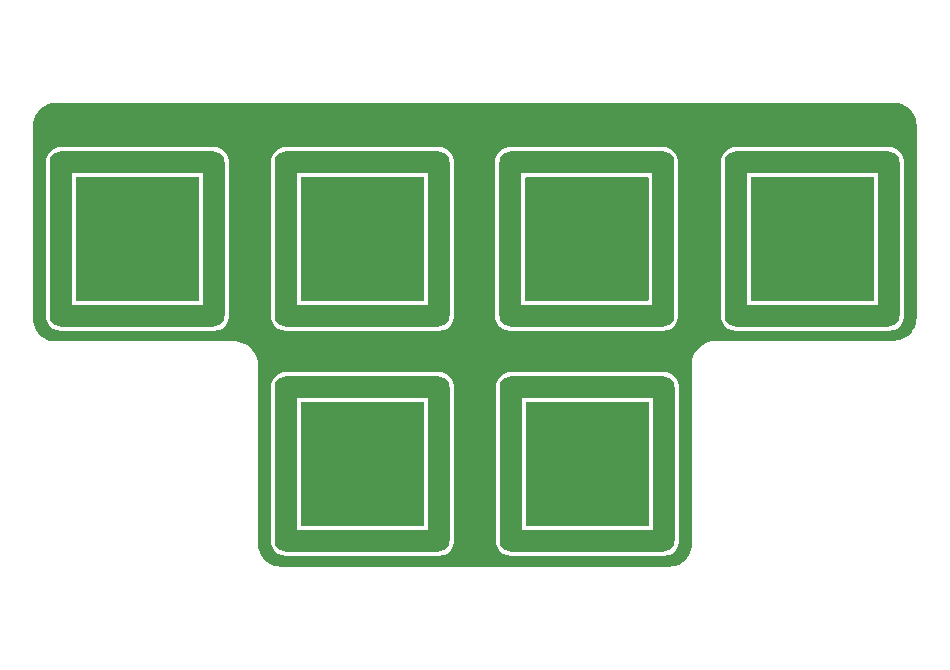
<source format=gbl>
G04 #@! TF.GenerationSoftware,KiCad,Pcbnew,8.0.5*
G04 #@! TF.CreationDate,2024-09-18T06:56:01+09:00*
G04 #@! TF.ProjectId,SandyLP_Plate_Top,53616e64-794c-4505-9f50-6c6174655f54,v.0*
G04 #@! TF.SameCoordinates,Original*
G04 #@! TF.FileFunction,Copper,L2,Bot*
G04 #@! TF.FilePolarity,Positive*
%FSLAX46Y46*%
G04 Gerber Fmt 4.6, Leading zero omitted, Abs format (unit mm)*
G04 Created by KiCad (PCBNEW 8.0.5) date 2024-09-18 06:56:01*
%MOMM*%
%LPD*%
G01*
G04 APERTURE LIST*
G04 Aperture macros list*
%AMRoundRect*
0 Rectangle with rounded corners*
0 $1 Rounding radius*
0 $2 $3 $4 $5 $6 $7 $8 $9 X,Y pos of 4 corners*
0 Add a 4 corners polygon primitive as box body*
4,1,4,$2,$3,$4,$5,$6,$7,$8,$9,$2,$3,0*
0 Add four circle primitives for the rounded corners*
1,1,$1+$1,$2,$3*
1,1,$1+$1,$4,$5*
1,1,$1+$1,$6,$7*
1,1,$1+$1,$8,$9*
0 Add four rect primitives between the rounded corners*
20,1,$1+$1,$2,$3,$4,$5,0*
20,1,$1+$1,$4,$5,$6,$7,0*
20,1,$1+$1,$6,$7,$8,$9,0*
20,1,$1+$1,$8,$9,$2,$3,0*%
G04 Aperture macros list end*
G04 #@! TA.AperFunction,WasherPad*
%ADD10RoundRect,0.900000X0.000010X-6.500000X0.000010X6.500000X-0.000010X6.500000X-0.000010X-6.500000X0*%
G04 #@! TD*
G04 #@! TA.AperFunction,WasherPad*
%ADD11RoundRect,0.900000X-6.500000X-0.000010X6.500000X-0.000010X6.500000X0.000010X-6.500000X0.000010X0*%
G04 #@! TD*
G04 APERTURE END LIST*
D10*
X161005310Y-46053405D03*
D11*
X167505310Y-39553405D03*
X167505310Y-52553405D03*
D10*
X174005310Y-46053405D03*
X160933435Y-27003405D03*
D11*
X167433435Y-20503405D03*
X167433435Y-33503405D03*
D10*
X173933435Y-27003405D03*
X122905310Y-27003405D03*
D11*
X129405310Y-20503405D03*
X129405310Y-33503405D03*
D10*
X135905310Y-27003405D03*
X141955310Y-46053405D03*
D11*
X148455310Y-39553405D03*
X148455310Y-52553405D03*
D10*
X154955310Y-46053405D03*
X141955310Y-27003405D03*
D11*
X148455310Y-20503405D03*
X148455310Y-33503405D03*
D10*
X154955310Y-27003405D03*
X180055310Y-27003405D03*
D11*
X186555310Y-20503405D03*
X186555310Y-33503405D03*
D10*
X193055310Y-27003405D03*
G04 #@! TA.AperFunction,NonConductor*
G36*
X193446929Y-15472845D02*
G01*
X193685771Y-15488500D01*
X193702097Y-15490649D01*
X193932820Y-15536544D01*
X193948723Y-15540805D01*
X194171464Y-15616416D01*
X194186686Y-15622721D01*
X194397656Y-15726760D01*
X194411922Y-15734996D01*
X194559024Y-15833286D01*
X194607508Y-15865682D01*
X194620583Y-15875715D01*
X194791573Y-16025668D01*
X194797427Y-16030801D01*
X194809082Y-16042455D01*
X194964179Y-16219308D01*
X194974210Y-16232381D01*
X195039551Y-16330170D01*
X195104891Y-16427957D01*
X195113132Y-16442230D01*
X195217170Y-16653195D01*
X195223477Y-16668421D01*
X195299089Y-16891157D01*
X195303355Y-16907078D01*
X195349247Y-17137782D01*
X195351398Y-17154122D01*
X195367040Y-17392728D01*
X195367310Y-17400970D01*
X195367310Y-33678448D01*
X195367040Y-33686694D01*
X195351377Y-33925527D01*
X195349225Y-33941867D01*
X195303329Y-34172559D01*
X195299063Y-34188478D01*
X195223449Y-34411210D01*
X195217141Y-34426437D01*
X195113104Y-34637387D01*
X195104864Y-34651659D01*
X194974177Y-34847236D01*
X194964143Y-34860311D01*
X194809057Y-35037147D01*
X194797403Y-35048801D01*
X194620558Y-35203885D01*
X194607483Y-35213918D01*
X194411900Y-35344599D01*
X194397630Y-35352837D01*
X194253961Y-35423686D01*
X194186675Y-35456867D01*
X194171449Y-35463173D01*
X193948717Y-35538779D01*
X193932797Y-35543045D01*
X193702098Y-35588934D01*
X193685758Y-35591085D01*
X193445876Y-35606809D01*
X193437642Y-35607079D01*
X193399456Y-35607080D01*
X193399279Y-35607107D01*
X178457618Y-35617043D01*
X178457501Y-35617008D01*
X178457501Y-35617010D01*
X178269269Y-35617010D01*
X177999528Y-35652521D01*
X177736718Y-35722941D01*
X177485349Y-35827063D01*
X177453711Y-35845330D01*
X177249725Y-35963104D01*
X177249722Y-35963106D01*
X177249719Y-35963108D01*
X177033877Y-36128734D01*
X177033869Y-36128741D01*
X176841496Y-36321121D01*
X176841488Y-36321130D01*
X176675863Y-36536985D01*
X176539831Y-36772613D01*
X176539827Y-36772622D01*
X176435721Y-37023977D01*
X176365309Y-37286789D01*
X176329805Y-37556543D01*
X176329808Y-37665590D01*
X176329765Y-37666042D01*
X176329810Y-37692578D01*
X176329810Y-37692782D01*
X176329811Y-37736438D01*
X176329881Y-37736879D01*
X176354713Y-52819933D01*
X176354443Y-52828379D01*
X176338800Y-53067110D01*
X176336649Y-53083450D01*
X176290766Y-53314145D01*
X176286500Y-53330067D01*
X176210890Y-53552812D01*
X176204583Y-53568039D01*
X176100551Y-53778997D01*
X176092310Y-53793270D01*
X175961632Y-53988845D01*
X175951598Y-54001922D01*
X175796505Y-54178770D01*
X175784850Y-54190425D01*
X175607996Y-54345518D01*
X175594920Y-54355551D01*
X175399347Y-54486224D01*
X175385073Y-54494465D01*
X175174106Y-54598498D01*
X175158878Y-54604805D01*
X174936146Y-54680406D01*
X174920225Y-54684672D01*
X174689522Y-54730553D01*
X174673182Y-54732703D01*
X174433875Y-54748380D01*
X174425638Y-54748650D01*
X174391042Y-54748650D01*
X174391016Y-54748652D01*
X141559434Y-54750757D01*
X141551186Y-54750487D01*
X141312356Y-54734835D01*
X141296014Y-54732684D01*
X141065312Y-54686794D01*
X141049393Y-54682528D01*
X140826664Y-54606922D01*
X140811436Y-54600615D01*
X140600469Y-54496577D01*
X140586196Y-54488336D01*
X140390620Y-54357655D01*
X140377550Y-54347627D01*
X140200702Y-54192532D01*
X140189052Y-54180881D01*
X140033957Y-54004027D01*
X140023923Y-53990950D01*
X139893247Y-53795374D01*
X139885006Y-53781101D01*
X139883968Y-53778997D01*
X139780973Y-53570136D01*
X139774667Y-53554911D01*
X139773955Y-53552812D01*
X139699057Y-53332160D01*
X139694797Y-53316259D01*
X139648912Y-53085555D01*
X139646761Y-53069214D01*
X139631080Y-52829885D01*
X139630810Y-52821647D01*
X139630810Y-39488895D01*
X140699210Y-39488895D01*
X140699210Y-52488895D01*
X140699210Y-52617915D01*
X140709660Y-52750697D01*
X140728700Y-52826260D01*
X140764905Y-52969941D01*
X140764908Y-52969950D01*
X140858410Y-53175804D01*
X140858415Y-53175812D01*
X140954253Y-53314145D01*
X140987174Y-53361663D01*
X140987178Y-53361667D01*
X140987183Y-53361673D01*
X141147041Y-53521531D01*
X141147046Y-53521535D01*
X141147052Y-53521541D01*
X141147058Y-53521545D01*
X141332902Y-53650299D01*
X141332910Y-53650304D01*
X141469845Y-53712502D01*
X141538770Y-53743809D01*
X141758018Y-53799055D01*
X141890800Y-53809505D01*
X141890802Y-53809505D01*
X155019818Y-53809505D01*
X155019820Y-53809505D01*
X155152602Y-53799055D01*
X155371850Y-53743809D01*
X155577711Y-53650303D01*
X155763568Y-53521541D01*
X155923446Y-53361663D01*
X156052208Y-53175806D01*
X156145714Y-52969945D01*
X156200960Y-52750697D01*
X156211410Y-52617915D01*
X156211410Y-39488895D01*
X159749210Y-39488895D01*
X159749210Y-52488895D01*
X159749210Y-52617915D01*
X159759660Y-52750697D01*
X159778700Y-52826260D01*
X159814905Y-52969941D01*
X159814908Y-52969950D01*
X159908410Y-53175804D01*
X159908415Y-53175812D01*
X160004253Y-53314145D01*
X160037174Y-53361663D01*
X160037178Y-53361667D01*
X160037183Y-53361673D01*
X160197041Y-53521531D01*
X160197046Y-53521535D01*
X160197052Y-53521541D01*
X160197058Y-53521545D01*
X160382902Y-53650299D01*
X160382910Y-53650304D01*
X160519845Y-53712502D01*
X160588770Y-53743809D01*
X160808018Y-53799055D01*
X160940800Y-53809505D01*
X160940802Y-53809505D01*
X174069818Y-53809505D01*
X174069820Y-53809505D01*
X174202602Y-53799055D01*
X174421850Y-53743809D01*
X174627711Y-53650303D01*
X174813568Y-53521541D01*
X174973446Y-53361663D01*
X175102208Y-53175806D01*
X175195714Y-52969945D01*
X175250960Y-52750697D01*
X175261410Y-52617915D01*
X175261410Y-39488895D01*
X175250960Y-39356113D01*
X175195714Y-39136865D01*
X175164407Y-39067940D01*
X175102209Y-38931005D01*
X175102204Y-38930997D01*
X174973450Y-38745153D01*
X174973446Y-38745147D01*
X174973440Y-38745141D01*
X174973436Y-38745136D01*
X174813578Y-38585278D01*
X174813572Y-38585273D01*
X174813568Y-38585269D01*
X174813561Y-38585264D01*
X174627717Y-38456510D01*
X174627709Y-38456505D01*
X174421855Y-38363003D01*
X174421852Y-38363002D01*
X174421850Y-38363001D01*
X174202602Y-38307755D01*
X174069820Y-38297305D01*
X161069820Y-38297305D01*
X160940800Y-38297305D01*
X160808018Y-38307755D01*
X160808014Y-38307755D01*
X160808014Y-38307756D01*
X160588773Y-38363000D01*
X160588764Y-38363003D01*
X160382910Y-38456505D01*
X160382902Y-38456510D01*
X160197058Y-38585264D01*
X160197041Y-38585278D01*
X160037183Y-38745136D01*
X160037169Y-38745153D01*
X159908415Y-38930997D01*
X159908410Y-38931005D01*
X159814908Y-39136859D01*
X159814906Y-39136865D01*
X159759660Y-39356113D01*
X159749210Y-39488895D01*
X156211410Y-39488895D01*
X156200960Y-39356113D01*
X156145714Y-39136865D01*
X156114407Y-39067940D01*
X156052209Y-38931005D01*
X156052204Y-38930997D01*
X155923450Y-38745153D01*
X155923446Y-38745147D01*
X155923440Y-38745141D01*
X155923436Y-38745136D01*
X155763578Y-38585278D01*
X155763572Y-38585273D01*
X155763568Y-38585269D01*
X155763561Y-38585264D01*
X155577717Y-38456510D01*
X155577709Y-38456505D01*
X155371855Y-38363003D01*
X155371852Y-38363002D01*
X155371850Y-38363001D01*
X155152602Y-38307755D01*
X155019820Y-38297305D01*
X142019820Y-38297305D01*
X141890800Y-38297305D01*
X141758018Y-38307755D01*
X141758014Y-38307755D01*
X141758014Y-38307756D01*
X141538773Y-38363000D01*
X141538764Y-38363003D01*
X141332910Y-38456505D01*
X141332902Y-38456510D01*
X141147058Y-38585264D01*
X141147041Y-38585278D01*
X140987183Y-38745136D01*
X140987169Y-38745153D01*
X140858415Y-38930997D01*
X140858410Y-38931005D01*
X140764908Y-39136859D01*
X140764906Y-39136865D01*
X140709660Y-39356113D01*
X140699210Y-39488895D01*
X139630810Y-39488895D01*
X139630810Y-37805579D01*
X139630835Y-37805490D01*
X139630834Y-37753364D01*
X139630835Y-37753364D01*
X139630832Y-37617328D01*
X139595316Y-37347585D01*
X139524895Y-37084785D01*
X139420774Y-36833424D01*
X139385664Y-36772614D01*
X139284736Y-36597805D01*
X139119115Y-36381966D01*
X139119113Y-36381964D01*
X139119108Y-36381957D01*
X138926723Y-36189575D01*
X138926721Y-36189573D01*
X138926715Y-36189568D01*
X138710873Y-36023948D01*
X138475264Y-35887920D01*
X138475256Y-35887916D01*
X138475252Y-35887914D01*
X138223891Y-35783797D01*
X138223888Y-35783796D01*
X138223886Y-35783795D01*
X137996779Y-35722942D01*
X137961090Y-35713379D01*
X137961088Y-35713378D01*
X137961082Y-35713377D01*
X137691348Y-35677866D01*
X137691337Y-35677865D01*
X137570328Y-35677865D01*
X122509430Y-35677865D01*
X122501190Y-35677595D01*
X122262356Y-35661942D01*
X122246014Y-35659791D01*
X122015311Y-35613901D01*
X121999392Y-35609635D01*
X121776659Y-35534028D01*
X121761432Y-35527721D01*
X121625162Y-35460520D01*
X121550466Y-35423684D01*
X121536200Y-35415447D01*
X121340618Y-35284763D01*
X121327542Y-35274729D01*
X121150702Y-35119643D01*
X121139047Y-35107989D01*
X121087141Y-35048801D01*
X120983950Y-34931132D01*
X120973920Y-34918059D01*
X120931184Y-34854099D01*
X120843237Y-34722473D01*
X120835005Y-34708214D01*
X120730966Y-34497240D01*
X120724664Y-34482025D01*
X120721105Y-34471541D01*
X120649056Y-34259278D01*
X120644791Y-34243359D01*
X120630709Y-34172559D01*
X120598903Y-34012648D01*
X120596755Y-33996333D01*
X120587810Y-33859826D01*
X120581080Y-33757095D01*
X120580810Y-33748857D01*
X120580810Y-20438895D01*
X121649210Y-20438895D01*
X121649210Y-33438895D01*
X121649210Y-33567915D01*
X121659660Y-33700697D01*
X121689373Y-33818614D01*
X121714905Y-33919941D01*
X121714908Y-33919950D01*
X121808410Y-34125804D01*
X121808415Y-34125812D01*
X121937169Y-34311656D01*
X121937174Y-34311663D01*
X121937178Y-34311667D01*
X121937183Y-34311673D01*
X122097041Y-34471531D01*
X122097046Y-34471535D01*
X122097052Y-34471541D01*
X122097058Y-34471545D01*
X122282902Y-34600299D01*
X122282910Y-34600304D01*
X122364552Y-34637387D01*
X122488770Y-34693809D01*
X122708018Y-34749055D01*
X122840800Y-34759505D01*
X122840802Y-34759505D01*
X135969818Y-34759505D01*
X135969820Y-34759505D01*
X136102602Y-34749055D01*
X136321850Y-34693809D01*
X136527711Y-34600303D01*
X136713568Y-34471541D01*
X136873446Y-34311663D01*
X137002208Y-34125806D01*
X137095714Y-33919945D01*
X137150960Y-33700697D01*
X137161410Y-33567915D01*
X137161410Y-20438895D01*
X140699210Y-20438895D01*
X140699210Y-33438895D01*
X140699210Y-33567915D01*
X140709660Y-33700697D01*
X140739373Y-33818614D01*
X140764905Y-33919941D01*
X140764908Y-33919950D01*
X140858410Y-34125804D01*
X140858415Y-34125812D01*
X140987169Y-34311656D01*
X140987174Y-34311663D01*
X140987178Y-34311667D01*
X140987183Y-34311673D01*
X141147041Y-34471531D01*
X141147046Y-34471535D01*
X141147052Y-34471541D01*
X141147058Y-34471545D01*
X141332902Y-34600299D01*
X141332910Y-34600304D01*
X141414552Y-34637387D01*
X141538770Y-34693809D01*
X141758018Y-34749055D01*
X141890800Y-34759505D01*
X141890802Y-34759505D01*
X155019818Y-34759505D01*
X155019820Y-34759505D01*
X155152602Y-34749055D01*
X155371850Y-34693809D01*
X155577711Y-34600303D01*
X155763568Y-34471541D01*
X155923446Y-34311663D01*
X156052208Y-34125806D01*
X156145714Y-33919945D01*
X156200960Y-33700697D01*
X156211410Y-33567915D01*
X156211410Y-20438895D01*
X159677335Y-20438895D01*
X159677335Y-33438895D01*
X159677335Y-33567915D01*
X159687785Y-33700697D01*
X159717498Y-33818614D01*
X159743030Y-33919941D01*
X159743033Y-33919950D01*
X159836535Y-34125804D01*
X159836540Y-34125812D01*
X159965294Y-34311656D01*
X159965299Y-34311663D01*
X159965303Y-34311667D01*
X159965308Y-34311673D01*
X160125166Y-34471531D01*
X160125171Y-34471535D01*
X160125177Y-34471541D01*
X160125183Y-34471545D01*
X160311027Y-34600299D01*
X160311035Y-34600304D01*
X160392677Y-34637387D01*
X160516895Y-34693809D01*
X160736143Y-34749055D01*
X160868925Y-34759505D01*
X160868927Y-34759505D01*
X173997943Y-34759505D01*
X173997945Y-34759505D01*
X174130727Y-34749055D01*
X174349975Y-34693809D01*
X174555836Y-34600303D01*
X174741693Y-34471541D01*
X174901571Y-34311663D01*
X175030333Y-34125806D01*
X175123839Y-33919945D01*
X175179085Y-33700697D01*
X175189535Y-33567915D01*
X175189535Y-20438895D01*
X178799210Y-20438895D01*
X178799210Y-33438895D01*
X178799210Y-33567915D01*
X178809660Y-33700697D01*
X178839373Y-33818614D01*
X178864905Y-33919941D01*
X178864908Y-33919950D01*
X178958410Y-34125804D01*
X178958415Y-34125812D01*
X179087169Y-34311656D01*
X179087174Y-34311663D01*
X179087178Y-34311667D01*
X179087183Y-34311673D01*
X179247041Y-34471531D01*
X179247046Y-34471535D01*
X179247052Y-34471541D01*
X179247058Y-34471545D01*
X179432902Y-34600299D01*
X179432910Y-34600304D01*
X179514552Y-34637387D01*
X179638770Y-34693809D01*
X179858018Y-34749055D01*
X179990800Y-34759505D01*
X179990802Y-34759505D01*
X193119818Y-34759505D01*
X193119820Y-34759505D01*
X193252602Y-34749055D01*
X193471850Y-34693809D01*
X193677711Y-34600303D01*
X193863568Y-34471541D01*
X194023446Y-34311663D01*
X194152208Y-34125806D01*
X194245714Y-33919945D01*
X194300960Y-33700697D01*
X194311410Y-33567915D01*
X194311410Y-20438895D01*
X194300960Y-20306113D01*
X194245714Y-20086865D01*
X194214407Y-20017940D01*
X194152209Y-19881005D01*
X194152204Y-19880997D01*
X194023450Y-19695153D01*
X194023446Y-19695147D01*
X194023440Y-19695141D01*
X194023436Y-19695136D01*
X193863578Y-19535278D01*
X193863572Y-19535273D01*
X193863568Y-19535269D01*
X193863561Y-19535264D01*
X193677717Y-19406510D01*
X193677709Y-19406505D01*
X193471855Y-19313003D01*
X193471852Y-19313002D01*
X193471850Y-19313001D01*
X193252602Y-19257755D01*
X193119820Y-19247305D01*
X180119820Y-19247305D01*
X179990800Y-19247305D01*
X179858018Y-19257755D01*
X179858014Y-19257755D01*
X179858014Y-19257756D01*
X179638773Y-19313000D01*
X179638764Y-19313003D01*
X179432910Y-19406505D01*
X179432902Y-19406510D01*
X179247058Y-19535264D01*
X179247041Y-19535278D01*
X179087183Y-19695136D01*
X179087169Y-19695153D01*
X178958415Y-19880997D01*
X178958410Y-19881005D01*
X178864908Y-20086859D01*
X178864906Y-20086865D01*
X178809660Y-20306113D01*
X178799210Y-20438895D01*
X175189535Y-20438895D01*
X175179085Y-20306113D01*
X175123839Y-20086865D01*
X175092532Y-20017940D01*
X175030334Y-19881005D01*
X175030329Y-19880997D01*
X174901575Y-19695153D01*
X174901571Y-19695147D01*
X174901565Y-19695141D01*
X174901561Y-19695136D01*
X174741703Y-19535278D01*
X174741697Y-19535273D01*
X174741693Y-19535269D01*
X174741686Y-19535264D01*
X174555842Y-19406510D01*
X174555834Y-19406505D01*
X174349980Y-19313003D01*
X174349977Y-19313002D01*
X174349975Y-19313001D01*
X174130727Y-19257755D01*
X173997945Y-19247305D01*
X160997945Y-19247305D01*
X160868925Y-19247305D01*
X160736143Y-19257755D01*
X160736139Y-19257755D01*
X160736139Y-19257756D01*
X160516898Y-19313000D01*
X160516889Y-19313003D01*
X160311035Y-19406505D01*
X160311027Y-19406510D01*
X160125183Y-19535264D01*
X160125166Y-19535278D01*
X159965308Y-19695136D01*
X159965294Y-19695153D01*
X159836540Y-19880997D01*
X159836535Y-19881005D01*
X159743033Y-20086859D01*
X159743031Y-20086865D01*
X159687785Y-20306113D01*
X159677335Y-20438895D01*
X156211410Y-20438895D01*
X156200960Y-20306113D01*
X156145714Y-20086865D01*
X156114407Y-20017940D01*
X156052209Y-19881005D01*
X156052204Y-19880997D01*
X155923450Y-19695153D01*
X155923446Y-19695147D01*
X155923440Y-19695141D01*
X155923436Y-19695136D01*
X155763578Y-19535278D01*
X155763572Y-19535273D01*
X155763568Y-19535269D01*
X155763561Y-19535264D01*
X155577717Y-19406510D01*
X155577709Y-19406505D01*
X155371855Y-19313003D01*
X155371852Y-19313002D01*
X155371850Y-19313001D01*
X155152602Y-19257755D01*
X155019820Y-19247305D01*
X142019820Y-19247305D01*
X141890800Y-19247305D01*
X141758018Y-19257755D01*
X141758014Y-19257755D01*
X141758014Y-19257756D01*
X141538773Y-19313000D01*
X141538764Y-19313003D01*
X141332910Y-19406505D01*
X141332902Y-19406510D01*
X141147058Y-19535264D01*
X141147041Y-19535278D01*
X140987183Y-19695136D01*
X140987169Y-19695153D01*
X140858415Y-19880997D01*
X140858410Y-19881005D01*
X140764908Y-20086859D01*
X140764906Y-20086865D01*
X140709660Y-20306113D01*
X140699210Y-20438895D01*
X137161410Y-20438895D01*
X137150960Y-20306113D01*
X137095714Y-20086865D01*
X137064407Y-20017940D01*
X137002209Y-19881005D01*
X137002204Y-19880997D01*
X136873450Y-19695153D01*
X136873446Y-19695147D01*
X136873440Y-19695141D01*
X136873436Y-19695136D01*
X136713578Y-19535278D01*
X136713572Y-19535273D01*
X136713568Y-19535269D01*
X136713561Y-19535264D01*
X136527717Y-19406510D01*
X136527709Y-19406505D01*
X136321855Y-19313003D01*
X136321852Y-19313002D01*
X136321850Y-19313001D01*
X136102602Y-19257755D01*
X135969820Y-19247305D01*
X122969820Y-19247305D01*
X122840800Y-19247305D01*
X122708018Y-19257755D01*
X122708014Y-19257755D01*
X122708014Y-19257756D01*
X122488773Y-19313000D01*
X122488764Y-19313003D01*
X122282910Y-19406505D01*
X122282902Y-19406510D01*
X122097058Y-19535264D01*
X122097041Y-19535278D01*
X121937183Y-19695136D01*
X121937169Y-19695153D01*
X121808415Y-19880997D01*
X121808410Y-19881005D01*
X121714908Y-20086859D01*
X121714906Y-20086865D01*
X121659660Y-20306113D01*
X121649210Y-20438895D01*
X120580810Y-20438895D01*
X120580810Y-17401197D01*
X120581080Y-17392955D01*
X120581794Y-17382057D01*
X120596737Y-17154116D01*
X120598885Y-17137794D01*
X120644782Y-16907069D01*
X120649041Y-16891176D01*
X120724659Y-16668420D01*
X120730958Y-16653214D01*
X120835007Y-16442230D01*
X120843233Y-16427980D01*
X120973930Y-16232384D01*
X120983948Y-16219328D01*
X121139051Y-16042471D01*
X121150700Y-16030824D01*
X121327549Y-15875734D01*
X121340614Y-15865707D01*
X121536212Y-15735015D01*
X121550465Y-15726787D01*
X121761443Y-15622746D01*
X121776655Y-15616445D01*
X121999411Y-15540831D01*
X122015300Y-15536574D01*
X122246028Y-15490681D01*
X122262341Y-15488533D01*
X122451021Y-15476168D01*
X122501728Y-15472845D01*
X122509968Y-15472575D01*
X122529841Y-15472575D01*
X193438688Y-15472575D01*
X193446929Y-15472845D01*
G37*
G04 #@! TD.AperFunction*
G04 #@! TA.AperFunction,NonConductor*
G36*
X191741331Y-21779507D02*
G01*
X191787824Y-21833163D01*
X191799210Y-21885505D01*
X191799210Y-32121305D01*
X191779208Y-32189426D01*
X191725552Y-32235919D01*
X191673210Y-32247305D01*
X181437410Y-32247305D01*
X181369289Y-32227303D01*
X181322796Y-32173647D01*
X181311410Y-32121305D01*
X181311410Y-21885505D01*
X181331412Y-21817384D01*
X181385068Y-21770891D01*
X181437410Y-21759505D01*
X191673210Y-21759505D01*
X191741331Y-21779507D01*
G37*
G04 #@! TD.AperFunction*
G04 #@! TA.AperFunction,NonConductor*
G36*
X172619456Y-21779507D02*
G01*
X172665949Y-21833163D01*
X172677335Y-21885505D01*
X172677335Y-32121305D01*
X172657333Y-32189426D01*
X172603677Y-32235919D01*
X172551335Y-32247305D01*
X162315535Y-32247305D01*
X162247414Y-32227303D01*
X162200921Y-32173647D01*
X162189535Y-32121305D01*
X162189535Y-21885505D01*
X162209537Y-21817384D01*
X162263193Y-21770891D01*
X162315535Y-21759505D01*
X172551335Y-21759505D01*
X172619456Y-21779507D01*
G37*
G04 #@! TD.AperFunction*
G04 #@! TA.AperFunction,NonConductor*
G36*
X153641331Y-21779507D02*
G01*
X153687824Y-21833163D01*
X153699210Y-21885505D01*
X153699210Y-32121305D01*
X153679208Y-32189426D01*
X153625552Y-32235919D01*
X153573210Y-32247305D01*
X143337410Y-32247305D01*
X143269289Y-32227303D01*
X143222796Y-32173647D01*
X143211410Y-32121305D01*
X143211410Y-21885505D01*
X143231412Y-21817384D01*
X143285068Y-21770891D01*
X143337410Y-21759505D01*
X153573210Y-21759505D01*
X153641331Y-21779507D01*
G37*
G04 #@! TD.AperFunction*
G04 #@! TA.AperFunction,NonConductor*
G36*
X134591331Y-21779507D02*
G01*
X134637824Y-21833163D01*
X134649210Y-21885505D01*
X134649210Y-32121305D01*
X134629208Y-32189426D01*
X134575552Y-32235919D01*
X134523210Y-32247305D01*
X124287410Y-32247305D01*
X124219289Y-32227303D01*
X124172796Y-32173647D01*
X124161410Y-32121305D01*
X124161410Y-21885505D01*
X124181412Y-21817384D01*
X124235068Y-21770891D01*
X124287410Y-21759505D01*
X134523210Y-21759505D01*
X134591331Y-21779507D01*
G37*
G04 #@! TD.AperFunction*
G04 #@! TA.AperFunction,NonConductor*
G36*
X172691331Y-40829507D02*
G01*
X172737824Y-40883163D01*
X172749210Y-40935505D01*
X172749210Y-51171305D01*
X172729208Y-51239426D01*
X172675552Y-51285919D01*
X172623210Y-51297305D01*
X162387410Y-51297305D01*
X162319289Y-51277303D01*
X162272796Y-51223647D01*
X162261410Y-51171305D01*
X162261410Y-40935505D01*
X162281412Y-40867384D01*
X162335068Y-40820891D01*
X162387410Y-40809505D01*
X172623210Y-40809505D01*
X172691331Y-40829507D01*
G37*
G04 #@! TD.AperFunction*
G04 #@! TA.AperFunction,NonConductor*
G36*
X153641331Y-40829507D02*
G01*
X153687824Y-40883163D01*
X153699210Y-40935505D01*
X153699210Y-51171305D01*
X153679208Y-51239426D01*
X153625552Y-51285919D01*
X153573210Y-51297305D01*
X143337410Y-51297305D01*
X143269289Y-51277303D01*
X143222796Y-51223647D01*
X143211410Y-51171305D01*
X143211410Y-40935505D01*
X143231412Y-40867384D01*
X143285068Y-40820891D01*
X143337410Y-40809505D01*
X153573210Y-40809505D01*
X153641331Y-40829507D01*
G37*
G04 #@! TD.AperFunction*
M02*

</source>
